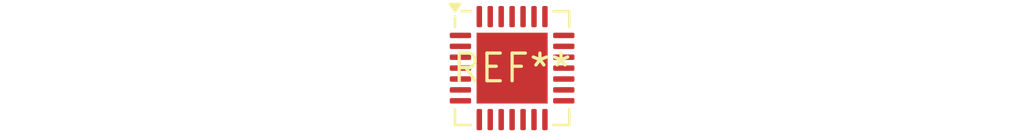
<source format=kicad_pcb>
(kicad_pcb (version 20240108) (generator pcbnew)
  (layers (0 "F.Cu" signal) (31 "B.Cu" signal) (34 "B.Paste" user) (35 "F.Paste" user) (36 "B.SilkS" user "B.Silkscreen") (37 "F.SilkS" user "F.Silkscreen") (38 "B.Mask" user) (39 "F.Mask" user) (44 "Edge.Cuts" user))
  (net 0 "")
  (footprint "TQFN-28-1EP_5x5mm_P0.5mm_EP3.25x3.25mm" (layer "F.Cu") (at 0 0)
    (property "Reference" "REF**")
    (property "Value" "TQFN-28-1EP_5x5mm_P0.5mm_EP3.25x3.25mm")
    (fp_line (start -2.61 -1.885) (end -2.61 -2.37) (layer "F.SilkS") (stroke (width 0.12)))
    (fp_line (start -2.61 2.61) (end -2.61 1.885) (layer "F.SilkS") (stroke (width 0.12)))
    (fp_line (start -1.885 -2.61) (end -2.31 -2.61) (layer "F.SilkS") (stroke (width 0.12)))
    (fp_line (start -1.885 2.61) (end -2.61 2.61) (layer "F.SilkS") (stroke (width 0.12)))
    (fp_line (start 1.885 -2.61) (end 2.61 -2.61) (layer "F.SilkS") (stroke (width 0.12)))
    (fp_line (start 1.885 2.61) (end 2.61 2.61) (layer "F.SilkS") (stroke (width 0.12)))
    (fp_line (start 2.61 -2.61) (end 2.61 -1.885) (layer "F.SilkS") (stroke (width 0.12)))
    (fp_line (start 2.61 2.61) (end 2.61 1.885) (layer "F.SilkS") (stroke (width 0.12)))
    (fp_poly (pts (xy -2.61 -2.61) (xy -2.85 -2.94) (xy -2.37 -2.94) (xy -2.61 -2.61)) (layer "F.SilkS") (stroke (width 0.12)) (fill solid))
    (pad "1" smd roundrect (at -2.3625 -1.5) (size 0.975 0.25) (layers "F.Cu" "F.Paste" "F.Mask"))
    (pad "2" smd roundrect (at -2.3625 -1) (size 0.975 0.25) (layers "F.Cu" "F.Paste" "F.Mask"))
    (pad "3" smd roundrect (at -2.3625 -0.5) (size 0.975 0.25) (layers "F.Cu" "F.Paste" "F.Mask"))
    (pad "4" smd roundrect (at -2.3625 0) (size 0.975 0.25) (layers "F.Cu" "F.Paste" "F.Mask"))
    (pad "5" smd roundrect (at -2.3625 0.5) (size 0.975 0.25) (layers "F.Cu" "F.Paste" "F.Mask"))
    (pad "6" smd roundrect (at -2.3625 1) (size 0.975 0.25) (layers "F.Cu" "F.Paste" "F.Mask"))
    (pad "7" smd roundrect (at -2.3625 1.5) (size 0.975 0.25) (layers "F.Cu" "F.Paste" "F.Mask"))
    (pad "8" smd roundrect (at -1.5 2.3625) (size 0.25 0.975) (layers "F.Cu" "F.Paste" "F.Mask"))
    (pad "9" smd roundrect (at -1 2.3625) (size 0.25 0.975) (layers "F.Cu" "F.Paste" "F.Mask"))
    (pad "10" smd roundrect (at -0.5 2.3625) (size 0.25 0.975) (layers "F.Cu" "F.Paste" "F.Mask"))
    (pad "11" smd roundrect (at 0 2.3625) (size 0.25 0.975) (layers "F.Cu" "F.Paste" "F.Mask"))
    (pad "12" smd roundrect (at 0.5 2.3625) (size 0.25 0.975) (layers "F.Cu" "F.Paste" "F.Mask"))
    (pad "13" smd roundrect (at 1 2.3625) (size 0.25 0.975) (layers "F.Cu" "F.Paste" "F.Mask"))
    (pad "14" smd roundrect (at 1.5 2.3625) (size 0.25 0.975) (layers "F.Cu" "F.Paste" "F.Mask"))
    (pad "15" smd roundrect (at 2.3625 1.5) (size 0.975 0.25) (layers "F.Cu" "F.Paste" "F.Mask"))
    (pad "16" smd roundrect (at 2.3625 1) (size 0.975 0.25) (layers "F.Cu" "F.Paste" "F.Mask"))
    (pad "17" smd roundrect (at 2.3625 0.5) (size 0.975 0.25) (layers "F.Cu" "F.Paste" "F.Mask"))
    (pad "18" smd roundrect (at 2.3625 0) (size 0.975 0.25) (layers "F.Cu" "F.Paste" "F.Mask"))
    (pad "19" smd roundrect (at 2.3625 -0.5) (size 0.975 0.25) (layers "F.Cu" "F.Paste" "F.Mask"))
    (pad "20" smd roundrect (at 2.3625 -1) (size 0.975 0.25) (layers "F.Cu" "F.Paste" "F.Mask"))
    (pad "21" smd roundrect (at 2.3625 -1.5) (size 0.975 0.25) (layers "F.Cu" "F.Paste" "F.Mask"))
    (pad "22" smd roundrect (at 1.5 -2.3625) (size 0.25 0.975) (layers "F.Cu" "F.Paste" "F.Mask"))
    (pad "23" smd roundrect (at 1 -2.3625) (size 0.25 0.975) (layers "F.Cu" "F.Paste" "F.Mask"))
    (pad "24" smd roundrect (at 0.5 -2.3625) (size 0.25 0.975) (layers "F.Cu" "F.Paste" "F.Mask"))
    (pad "25" smd roundrect (at 0 -2.3625) (size 0.25 0.975) (layers "F.Cu" "F.Paste" "F.Mask"))
    (pad "26" smd roundrect (at -0.5 -2.3625) (size 0.25 0.975) (layers "F.Cu" "F.Paste" "F.Mask"))
    (pad "27" smd roundrect (at -1 -2.3625) (size 0.25 0.975) (layers "F.Cu" "F.Paste" "F.Mask"))
    (pad "28" smd roundrect (at -1.5 -2.3625) (size 0.25 0.975) (layers "F.Cu" "F.Paste" "F.Mask"))
    (pad "29" smd rect (at 0 0) (size 3.25 3.25) (property pad_prop_heatsink) (layers "F.Cu" "F.Mask"))
  )
)
</source>
